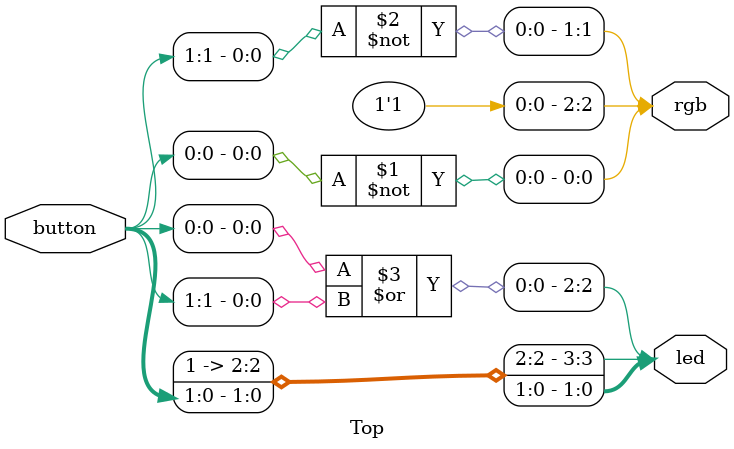
<source format=v>
module Top(button, rgb, led);
    input  wire [1 : 0] button;
    output wire [2 : 0] rgb;
    output wire [3 : 0] led;
    
    assign rgb[0] = ~button[0];
    assign rgb[1] = ~button[1];
    assign rgb[2] = 1;
    
    assign led[0] = button[0];
    assign led[1] = button[1];
    assign led[2] = button[0] | button[1];
    assign led[3] = 1;
endmodule

</source>
